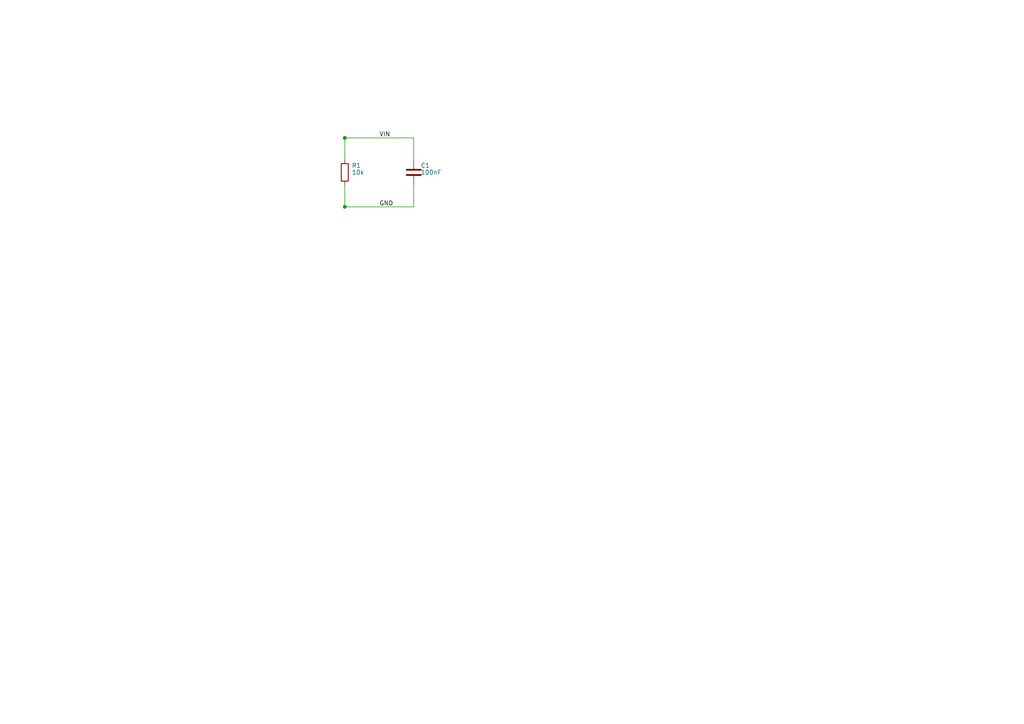
<source format=kicad_sch>
(kicad_sch (version 20231120) (generator "kicadtools_test")
  (paper "A4")
  (title_block (title "Simple RC Circuit") (date "2024-01-01") (rev "1.0") (company "Test Corp"))
  (lib_symbols
    (symbol "Device:R" (pin_numbers hide) (pin_names hide)
      (symbol "R_0_1"
        (rectangle (start -1.016 -2.54) (end 1.016 2.54) (stroke (width 0.254)))
      )
      (symbol "R_1_1"
        (pin passive line (at 0 3.81 270) (length 1.27) (name "~") (number "1"))
        (pin passive line (at 0 -3.81 90) (length 1.27) (name "~") (number "2"))
      )
    )
    (symbol "Device:C" (pin_numbers hide) (pin_names hide)
      (symbol "C_0_1"
        (polyline (pts (xy -2.032 -0.762) (xy 2.032 -0.762)) (stroke (width 0.508)))
        (polyline (pts (xy -2.032 0.762) (xy 2.032 0.762)) (stroke (width 0.508)))
      )
      (symbol "C_1_1"
        (pin passive line (at 0 3.81 270) (length 2.794) (name "~") (number "1"))
        (pin passive line (at 0 -3.81 90) (length 2.794) (name "~") (number "2"))
      )
    )
  )
  (symbol (lib_id "Device:R") (at 100 50 0) (unit 1)
    (property "Reference" "R1" (at 102 48 0) (effects (justify left)))
    (property "Value" "10k" (at 102 50 0) (effects (justify left)))
    (property "Footprint" "Resistor_SMD:R_0603_1608Metric" (effects hide))
  )
  (symbol (lib_id "Device:C") (at 120 50 0) (unit 1)
    (property "Reference" "C1" (at 122 48 0) (effects (justify left)))
    (property "Value" "100nF" (at 122 50 0) (effects (justify left)))
    (property "Footprint" "Capacitor_SMD:C_0603_1608Metric" (effects hide))
  )
  (wire (pts (xy 100 46.19) (xy 100 40)))
  (wire (pts (xy 100 40) (xy 120 40)))
  (wire (pts (xy 120 40) (xy 120 46.19)))
  (wire (pts (xy 100 53.81) (xy 100 60)))
  (wire (pts (xy 100 60) (xy 120 60)))
  (wire (pts (xy 120 60) (xy 120 53.81)))
  (label "VIN" (at 110 40 0))
  (label "GND" (at 110 60 0))
  (junction (at 100 40))
  (junction (at 100 60))
)
</source>
